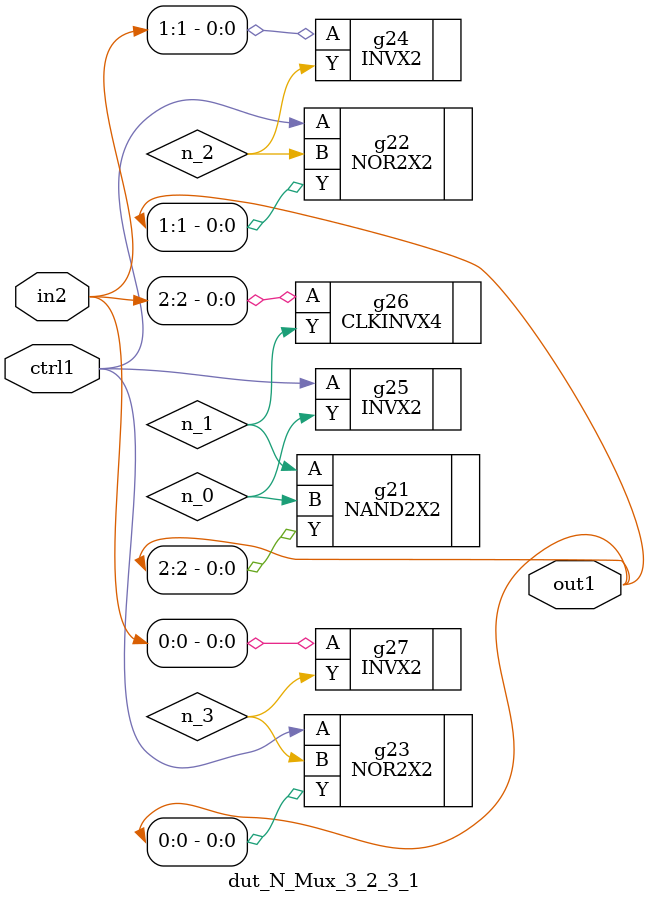
<source format=v>
`timescale 1ps / 1ps


module dut_N_Mux_3_2_3_1(in2, ctrl1, out1);
  input [2:0] in2;
  input ctrl1;
  output [2:0] out1;
  wire [2:0] in2;
  wire ctrl1;
  wire [2:0] out1;
  wire n_0, n_1, n_2, n_3;
  NAND2X2 g21(.A (n_1), .B (n_0), .Y (out1[2]));
  NOR2X2 g22(.A (ctrl1), .B (n_2), .Y (out1[1]));
  NOR2X2 g23(.A (ctrl1), .B (n_3), .Y (out1[0]));
  INVX2 g27(.A (in2[0]), .Y (n_3));
  INVX2 g24(.A (in2[1]), .Y (n_2));
  CLKINVX4 g26(.A (in2[2]), .Y (n_1));
  INVX2 g25(.A (ctrl1), .Y (n_0));
endmodule



</source>
